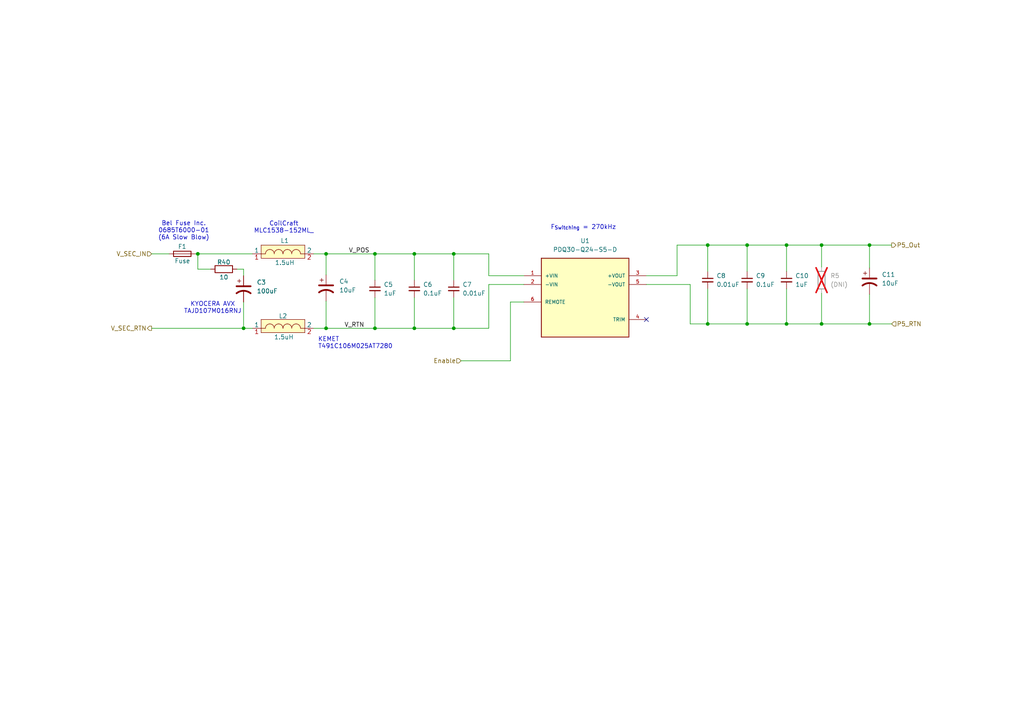
<source format=kicad_sch>
(kicad_sch
	(version 20250114)
	(generator "eeschema")
	(generator_version "9.0")
	(uuid "82076eba-e7ff-4cf0-89a8-1c9a210cd5ad")
	(paper "A4")
	(lib_symbols
		(symbol "CUI:PDQ10-Q24-S3-D"
			(pin_names
				(offset 1.016)
			)
			(exclude_from_sim no)
			(in_bom yes)
			(on_board yes)
			(property "Reference" "U"
				(at -12.725 10.1799 0)
				(effects
					(font
						(size 1.27 1.27)
					)
					(justify left bottom)
				)
			)
			(property "Value" "PDQ10-Q24-S3-D"
				(at -12.7248 -15.2698 0)
				(effects
					(font
						(size 1.27 1.27)
					)
					(justify left bottom)
				)
			)
			(property "Footprint" "PDQ10-Q24-S3-D:CONV_PDQ10-Q24-S3-D"
				(at 0 0 0)
				(effects
					(font
						(size 1.27 1.27)
					)
					(justify bottom)
					(hide yes)
				)
			)
			(property "Datasheet" ""
				(at 0 0 0)
				(effects
					(font
						(size 1.27 1.27)
					)
					(hide yes)
				)
			)
			(property "Description" ""
				(at 0 0 0)
				(effects
					(font
						(size 1.27 1.27)
					)
					(hide yes)
				)
			)
			(property "MF" "CUI Inc."
				(at 0 0 0)
				(effects
					(font
						(size 1.27 1.27)
					)
					(justify bottom)
					(hide yes)
				)
			)
			(property "Description_1" "10 W, 4:1 Input Range, Single/Dual Regulated Output, 1500 Vdc Isolation, Dc-Dc Converter"
				(at 0 0 0)
				(effects
					(font
						(size 1.27 1.27)
					)
					(justify bottom)
					(hide yes)
				)
			)
			(property "Package" "DIP-6 CUI"
				(at 0 0 0)
				(effects
					(font
						(size 1.27 1.27)
					)
					(justify bottom)
					(hide yes)
				)
			)
			(property "Price" "None"
				(at 0 0 0)
				(effects
					(font
						(size 1.27 1.27)
					)
					(justify bottom)
					(hide yes)
				)
			)
			(property "Check_prices" "https://www.snapeda.com/parts/PDQ10-Q24-S3-D/CUI/view-part/?ref=eda"
				(at 0 0 0)
				(effects
					(font
						(size 1.27 1.27)
					)
					(justify bottom)
					(hide yes)
				)
			)
			(property "STANDARD" "Manufacturer Recommendations"
				(at 0 0 0)
				(effects
					(font
						(size 1.27 1.27)
					)
					(justify bottom)
					(hide yes)
				)
			)
			(property "PARTREV" "1.0"
				(at 0 0 0)
				(effects
					(font
						(size 1.27 1.27)
					)
					(justify bottom)
					(hide yes)
				)
			)
			(property "SnapEDA_Link" "https://www.snapeda.com/parts/PDQ10-Q24-S3-D/CUI/view-part/?ref=snap"
				(at 0 0 0)
				(effects
					(font
						(size 1.27 1.27)
					)
					(justify bottom)
					(hide yes)
				)
			)
			(property "MP" "PDQ10-Q24-S3-D"
				(at 0 0 0)
				(effects
					(font
						(size 1.27 1.27)
					)
					(justify bottom)
					(hide yes)
				)
			)
			(property "CUI_purchase_URL" "https://www.cui.com/product/dc-dc-converters/isolated/pdq10-d-series?utm_source=snapeda.com&utm_medium=referral&utm_campaign=snapedaBOM"
				(at 0 0 0)
				(effects
					(font
						(size 1.27 1.27)
					)
					(justify bottom)
					(hide yes)
				)
			)
			(property "Availability" "In Stock"
				(at 0 0 0)
				(effects
					(font
						(size 1.27 1.27)
					)
					(justify bottom)
					(hide yes)
				)
			)
			(property "MANUFACTURER" "CUI Inc"
				(at 0 0 0)
				(effects
					(font
						(size 1.27 1.27)
					)
					(justify bottom)
					(hide yes)
				)
			)
			(symbol "PDQ10-Q24-S3-D_0_0"
				(rectangle
					(start -12.7 -12.7)
					(end 12.7 10.16)
					(stroke
						(width 0.254)
						(type default)
					)
					(fill
						(type background)
					)
				)
				(pin input line
					(at -17.78 5.08 0)
					(length 5.08)
					(name "+VIN"
						(effects
							(font
								(size 1.016 1.016)
							)
						)
					)
					(number "1"
						(effects
							(font
								(size 1.016 1.016)
							)
						)
					)
				)
				(pin input line
					(at -17.78 2.54 0)
					(length 5.08)
					(name "-VIN"
						(effects
							(font
								(size 1.016 1.016)
							)
						)
					)
					(number "2"
						(effects
							(font
								(size 1.016 1.016)
							)
						)
					)
				)
				(pin input line
					(at -17.78 -2.54 0)
					(length 5.08)
					(name "REMOTE"
						(effects
							(font
								(size 1.016 1.016)
							)
						)
					)
					(number "6"
						(effects
							(font
								(size 1.016 1.016)
							)
						)
					)
				)
				(pin output line
					(at 17.78 5.08 180)
					(length 5.08)
					(name "+VOUT"
						(effects
							(font
								(size 1.016 1.016)
							)
						)
					)
					(number "3"
						(effects
							(font
								(size 1.016 1.016)
							)
						)
					)
				)
				(pin output line
					(at 17.78 2.54 180)
					(length 5.08)
					(name "-VOUT"
						(effects
							(font
								(size 1.016 1.016)
							)
						)
					)
					(number "5"
						(effects
							(font
								(size 1.016 1.016)
							)
						)
					)
				)
				(pin passive line
					(at 17.78 -7.62 180)
					(length 5.08)
					(name "TRIM"
						(effects
							(font
								(size 1.016 1.016)
							)
						)
					)
					(number "4"
						(effects
							(font
								(size 1.016 1.016)
							)
						)
					)
				)
			)
			(embedded_fonts no)
		)
		(symbol "CoilCraft:MLC7542"
			(pin_names
				(offset 0)
			)
			(exclude_from_sim no)
			(in_bom yes)
			(on_board yes)
			(property "Reference" "L"
				(at 5.334 3.81 0)
				(effects
					(font
						(size 1.27 1.27)
					)
				)
			)
			(property "Value" ""
				(at 6.35 3.302 0)
				(effects
					(font
						(size 1.27 1.27)
					)
				)
			)
			(property "Footprint" ""
				(at 6.35 3.302 0)
				(effects
					(font
						(size 1.27 1.27)
					)
					(hide yes)
				)
			)
			(property "Datasheet" ""
				(at 6.35 3.302 0)
				(effects
					(font
						(size 1.27 1.27)
					)
					(hide yes)
				)
			)
			(property "Description" ""
				(at 6.35 3.302 0)
				(effects
					(font
						(size 1.27 1.27)
					)
					(hide yes)
				)
			)
			(property "Manufacturer" "Coil Craft"
				(at 0 0 0)
				(effects
					(font
						(size 1.27 1.27)
					)
					(hide yes)
				)
			)
			(property "Man. Part Num" ""
				(at 0 0 0)
				(effects
					(font
						(size 1.27 1.27)
					)
					(hide yes)
				)
			)
			(property "Distributor" "Coil Craft"
				(at 0 0 0)
				(effects
					(font
						(size 1.27 1.27)
					)
					(hide yes)
				)
			)
			(property "Dist. Part Num" ""
				(at 0 0 0)
				(effects
					(font
						(size 1.27 1.27)
					)
					(hide yes)
				)
			)
			(property "Package" ""
				(at 0 0 0)
				(effects
					(font
						(size 1.27 1.27)
					)
					(hide yes)
				)
			)
			(property "Notes" ""
				(at 0 0 0)
				(effects
					(font
						(size 1.27 1.27)
					)
					(hide yes)
				)
			)
			(property "Part Type" "SMD"
				(at 0 0 0)
				(effects
					(font
						(size 1.27 1.27)
					)
					(hide yes)
				)
			)
			(symbol "MLC7542_0_1"
				(arc
					(start 1.27 0)
					(mid 1.642 0.898)
					(end 2.54 1.27)
					(stroke
						(width 0)
						(type default)
					)
					(fill
						(type none)
					)
				)
				(arc
					(start 2.54 1.27)
					(mid 3.438 0.898)
					(end 3.81 0)
					(stroke
						(width 0)
						(type default)
					)
					(fill
						(type none)
					)
				)
				(arc
					(start 3.81 0)
					(mid 4.182 0.898)
					(end 5.08 1.27)
					(stroke
						(width 0)
						(type default)
					)
					(fill
						(type none)
					)
				)
				(arc
					(start 5.08 1.27)
					(mid 5.978 0.898)
					(end 6.35 0)
					(stroke
						(width 0)
						(type default)
					)
					(fill
						(type none)
					)
				)
				(arc
					(start 6.35 0)
					(mid 6.722 0.898)
					(end 7.62 1.27)
					(stroke
						(width 0)
						(type default)
					)
					(fill
						(type none)
					)
				)
				(arc
					(start 7.62 1.27)
					(mid 8.518 0.898)
					(end 8.89 0)
					(stroke
						(width 0)
						(type default)
					)
					(fill
						(type none)
					)
				)
				(arc
					(start 8.89 0)
					(mid 9.262 0.898)
					(end 10.16 1.27)
					(stroke
						(width 0)
						(type default)
					)
					(fill
						(type none)
					)
				)
				(arc
					(start 10.16 1.27)
					(mid 11.058 0.898)
					(end 11.43 0)
					(stroke
						(width 0)
						(type default)
					)
					(fill
						(type none)
					)
				)
			)
			(symbol "MLC7542_1_1"
				(rectangle
					(start 0 2.54)
					(end 12.7 -1.27)
					(stroke
						(width 0)
						(type default)
					)
					(fill
						(type background)
					)
				)
				(polyline
					(pts
						(xy 1.27 0) (xy 0 0)
					)
					(stroke
						(width 0)
						(type default)
					)
					(fill
						(type none)
					)
				)
				(polyline
					(pts
						(xy 11.43 0) (xy 12.7 0)
					)
					(stroke
						(width 0)
						(type default)
					)
					(fill
						(type none)
					)
				)
				(pin bidirectional line
					(at -2.54 0 0)
					(length 2.54)
					(name "1"
						(effects
							(font
								(size 1.27 1.27)
							)
						)
					)
					(number "1"
						(effects
							(font
								(size 1.27 1.27)
							)
						)
					)
				)
				(pin bidirectional line
					(at 15.24 0 180)
					(length 2.54)
					(name "2"
						(effects
							(font
								(size 1.27 1.27)
							)
						)
					)
					(number "2"
						(effects
							(font
								(size 1.27 1.27)
							)
						)
					)
				)
			)
			(embedded_fonts no)
		)
		(symbol "Device:C_Polarized_US"
			(pin_numbers
				(hide yes)
			)
			(pin_names
				(offset 0.254)
				(hide yes)
			)
			(exclude_from_sim no)
			(in_bom yes)
			(on_board yes)
			(property "Reference" "C"
				(at 0.635 2.54 0)
				(effects
					(font
						(size 1.27 1.27)
					)
					(justify left)
				)
			)
			(property "Value" "C_Polarized_US"
				(at 0.635 -2.54 0)
				(effects
					(font
						(size 1.27 1.27)
					)
					(justify left)
				)
			)
			(property "Footprint" ""
				(at 0 0 0)
				(effects
					(font
						(size 1.27 1.27)
					)
					(hide yes)
				)
			)
			(property "Datasheet" "~"
				(at 0 0 0)
				(effects
					(font
						(size 1.27 1.27)
					)
					(hide yes)
				)
			)
			(property "Description" "Polarized capacitor, US symbol"
				(at 0 0 0)
				(effects
					(font
						(size 1.27 1.27)
					)
					(hide yes)
				)
			)
			(property "ki_keywords" "cap capacitor"
				(at 0 0 0)
				(effects
					(font
						(size 1.27 1.27)
					)
					(hide yes)
				)
			)
			(property "ki_fp_filters" "CP_*"
				(at 0 0 0)
				(effects
					(font
						(size 1.27 1.27)
					)
					(hide yes)
				)
			)
			(symbol "C_Polarized_US_0_1"
				(polyline
					(pts
						(xy -2.032 0.762) (xy 2.032 0.762)
					)
					(stroke
						(width 0.508)
						(type default)
					)
					(fill
						(type none)
					)
				)
				(polyline
					(pts
						(xy -1.778 2.286) (xy -0.762 2.286)
					)
					(stroke
						(width 0)
						(type default)
					)
					(fill
						(type none)
					)
				)
				(polyline
					(pts
						(xy -1.27 1.778) (xy -1.27 2.794)
					)
					(stroke
						(width 0)
						(type default)
					)
					(fill
						(type none)
					)
				)
				(arc
					(start -2.032 -1.27)
					(mid 0 -0.5572)
					(end 2.032 -1.27)
					(stroke
						(width 0.508)
						(type default)
					)
					(fill
						(type none)
					)
				)
			)
			(symbol "C_Polarized_US_1_1"
				(pin passive line
					(at 0 3.81 270)
					(length 2.794)
					(name "~"
						(effects
							(font
								(size 1.27 1.27)
							)
						)
					)
					(number "1"
						(effects
							(font
								(size 1.27 1.27)
							)
						)
					)
				)
				(pin passive line
					(at 0 -3.81 90)
					(length 3.302)
					(name "~"
						(effects
							(font
								(size 1.27 1.27)
							)
						)
					)
					(number "2"
						(effects
							(font
								(size 1.27 1.27)
							)
						)
					)
				)
			)
			(embedded_fonts no)
		)
		(symbol "Device:C_Small"
			(pin_numbers
				(hide yes)
			)
			(pin_names
				(offset 0.254)
				(hide yes)
			)
			(exclude_from_sim no)
			(in_bom yes)
			(on_board yes)
			(property "Reference" "C"
				(at 0.254 1.778 0)
				(effects
					(font
						(size 1.27 1.27)
					)
					(justify left)
				)
			)
			(property "Value" "C_Small"
				(at 0.254 -2.032 0)
				(effects
					(font
						(size 1.27 1.27)
					)
					(justify left)
				)
			)
			(property "Footprint" ""
				(at 0 0 0)
				(effects
					(font
						(size 1.27 1.27)
					)
					(hide yes)
				)
			)
			(property "Datasheet" "~"
				(at 0 0 0)
				(effects
					(font
						(size 1.27 1.27)
					)
					(hide yes)
				)
			)
			(property "Description" "Unpolarized capacitor, small symbol"
				(at 0 0 0)
				(effects
					(font
						(size 1.27 1.27)
					)
					(hide yes)
				)
			)
			(property "ki_keywords" "capacitor cap"
				(at 0 0 0)
				(effects
					(font
						(size 1.27 1.27)
					)
					(hide yes)
				)
			)
			(property "ki_fp_filters" "C_*"
				(at 0 0 0)
				(effects
					(font
						(size 1.27 1.27)
					)
					(hide yes)
				)
			)
			(symbol "C_Small_0_1"
				(polyline
					(pts
						(xy -1.524 0.508) (xy 1.524 0.508)
					)
					(stroke
						(width 0.3048)
						(type default)
					)
					(fill
						(type none)
					)
				)
				(polyline
					(pts
						(xy -1.524 -0.508) (xy 1.524 -0.508)
					)
					(stroke
						(width 0.3302)
						(type default)
					)
					(fill
						(type none)
					)
				)
			)
			(symbol "C_Small_1_1"
				(pin passive line
					(at 0 2.54 270)
					(length 2.032)
					(name "~"
						(effects
							(font
								(size 1.27 1.27)
							)
						)
					)
					(number "1"
						(effects
							(font
								(size 1.27 1.27)
							)
						)
					)
				)
				(pin passive line
					(at 0 -2.54 90)
					(length 2.032)
					(name "~"
						(effects
							(font
								(size 1.27 1.27)
							)
						)
					)
					(number "2"
						(effects
							(font
								(size 1.27 1.27)
							)
						)
					)
				)
			)
			(embedded_fonts no)
		)
		(symbol "Device:Fuse"
			(pin_numbers
				(hide yes)
			)
			(pin_names
				(offset 0)
			)
			(exclude_from_sim no)
			(in_bom yes)
			(on_board yes)
			(property "Reference" "F"
				(at 2.032 0 90)
				(effects
					(font
						(size 1.27 1.27)
					)
				)
			)
			(property "Value" "Fuse"
				(at -1.905 0 90)
				(effects
					(font
						(size 1.27 1.27)
					)
				)
			)
			(property "Footprint" ""
				(at -1.778 0 90)
				(effects
					(font
						(size 1.27 1.27)
					)
					(hide yes)
				)
			)
			(property "Datasheet" "~"
				(at 0 0 0)
				(effects
					(font
						(size 1.27 1.27)
					)
					(hide yes)
				)
			)
			(property "Description" "Fuse"
				(at 0 0 0)
				(effects
					(font
						(size 1.27 1.27)
					)
					(hide yes)
				)
			)
			(property "ki_keywords" "fuse"
				(at 0 0 0)
				(effects
					(font
						(size 1.27 1.27)
					)
					(hide yes)
				)
			)
			(property "ki_fp_filters" "*Fuse*"
				(at 0 0 0)
				(effects
					(font
						(size 1.27 1.27)
					)
					(hide yes)
				)
			)
			(symbol "Fuse_0_1"
				(rectangle
					(start -0.762 -2.54)
					(end 0.762 2.54)
					(stroke
						(width 0.254)
						(type default)
					)
					(fill
						(type none)
					)
				)
				(polyline
					(pts
						(xy 0 2.54) (xy 0 -2.54)
					)
					(stroke
						(width 0)
						(type default)
					)
					(fill
						(type none)
					)
				)
			)
			(symbol "Fuse_1_1"
				(pin passive line
					(at 0 3.81 270)
					(length 1.27)
					(name "~"
						(effects
							(font
								(size 1.27 1.27)
							)
						)
					)
					(number "1"
						(effects
							(font
								(size 1.27 1.27)
							)
						)
					)
				)
				(pin passive line
					(at 0 -3.81 90)
					(length 1.27)
					(name "~"
						(effects
							(font
								(size 1.27 1.27)
							)
						)
					)
					(number "2"
						(effects
							(font
								(size 1.27 1.27)
							)
						)
					)
				)
			)
			(embedded_fonts no)
		)
		(symbol "Device:R"
			(pin_numbers
				(hide yes)
			)
			(pin_names
				(offset 0)
			)
			(exclude_from_sim no)
			(in_bom yes)
			(on_board yes)
			(property "Reference" "R"
				(at 2.032 0 90)
				(effects
					(font
						(size 1.27 1.27)
					)
				)
			)
			(property "Value" "R"
				(at 0 0 90)
				(effects
					(font
						(size 1.27 1.27)
					)
				)
			)
			(property "Footprint" ""
				(at -1.778 0 90)
				(effects
					(font
						(size 1.27 1.27)
					)
					(hide yes)
				)
			)
			(property "Datasheet" "~"
				(at 0 0 0)
				(effects
					(font
						(size 1.27 1.27)
					)
					(hide yes)
				)
			)
			(property "Description" "Resistor"
				(at 0 0 0)
				(effects
					(font
						(size 1.27 1.27)
					)
					(hide yes)
				)
			)
			(property "ki_keywords" "R res resistor"
				(at 0 0 0)
				(effects
					(font
						(size 1.27 1.27)
					)
					(hide yes)
				)
			)
			(property "ki_fp_filters" "R_*"
				(at 0 0 0)
				(effects
					(font
						(size 1.27 1.27)
					)
					(hide yes)
				)
			)
			(symbol "R_0_1"
				(rectangle
					(start -1.016 -2.54)
					(end 1.016 2.54)
					(stroke
						(width 0.254)
						(type default)
					)
					(fill
						(type none)
					)
				)
			)
			(symbol "R_1_1"
				(pin passive line
					(at 0 3.81 270)
					(length 1.27)
					(name "~"
						(effects
							(font
								(size 1.27 1.27)
							)
						)
					)
					(number "1"
						(effects
							(font
								(size 1.27 1.27)
							)
						)
					)
				)
				(pin passive line
					(at 0 -3.81 90)
					(length 1.27)
					(name "~"
						(effects
							(font
								(size 1.27 1.27)
							)
						)
					)
					(number "2"
						(effects
							(font
								(size 1.27 1.27)
							)
						)
					)
				)
			)
			(embedded_fonts no)
		)
	)
	(text "CoilCraft\nMLC1538-152ML_"
		(exclude_from_sim no)
		(at 82.3315 66.0091 0)
		(effects
			(font
				(size 1.27 1.27)
			)
		)
		(uuid "1fe24450-1c67-4f10-8e52-f7eae117a5d7")
	)
	(text "F_{Switching} = 270kHz"
		(exclude_from_sim no)
		(at 169.1995 66.0091 0)
		(effects
			(font
				(size 1.27 1.27)
			)
		)
		(uuid "3aa17663-75a1-4877-aa29-18f6cfafd42c")
	)
	(text "KEMET\nT491C106M025AT7280"
		(exclude_from_sim no)
		(at 92.2375 99.5371 0)
		(effects
			(font
				(size 1.27 1.27)
			)
			(justify left)
		)
		(uuid "714a641c-785b-4146-9b58-be34b9c1e991")
	)
	(text "Bel Fuse Inc.\n0685T6000-01\n(6A Slow Blow)"
		(exclude_from_sim no)
		(at 53.3097 66.9507 0)
		(effects
			(font
				(size 1.27 1.27)
			)
		)
		(uuid "8e840a19-da00-47c6-9d9c-0df72b98c509")
	)
	(text "KYOCERA AVX\nTAJD107M016RNJ"
		(exclude_from_sim no)
		(at 61.7005 89.3261 0)
		(effects
			(font
				(size 1.27 1.27)
			)
		)
		(uuid "b6328784-6395-42f4-8c1f-bc9a40ee1246")
	)
	(junction
		(at 120.1775 73.6291)
		(diameter 0)
		(color 0 0 0 0)
		(uuid "219a889b-1ac2-4f4a-9c17-d1ab04259ea6")
	)
	(junction
		(at 238.2875 93.9491)
		(diameter 0)
		(color 0 0 0 0)
		(uuid "244b0e78-29c8-49a0-8ddb-8d14dba26982")
	)
	(junction
		(at 57.3778 73.6291)
		(diameter 0)
		(color 0 0 0 0)
		(uuid "2a745802-2c7a-4ee1-b1f0-fb6c35737119")
	)
	(junction
		(at 216.6975 93.9491)
		(diameter 0)
		(color 0 0 0 0)
		(uuid "47be207a-1765-42c4-8b5d-b1766f008352")
	)
	(junction
		(at 228.1275 71.0891)
		(diameter 0)
		(color 0 0 0 0)
		(uuid "6e96c343-448a-495b-bd68-228156c7190a")
	)
	(junction
		(at 108.7475 73.6291)
		(diameter 0)
		(color 0 0 0 0)
		(uuid "7f4d10ce-756a-49bb-a12d-b9a320a1b727")
	)
	(junction
		(at 205.2675 71.0891)
		(diameter 0)
		(color 0 0 0 0)
		(uuid "8123da6a-4bd9-407a-b4b0-535ea3766474")
	)
	(junction
		(at 238.2875 71.0891)
		(diameter 0)
		(color 0 0 0 0)
		(uuid "8331b0af-2532-4712-ae29-33642356538e")
	)
	(junction
		(at 94.5753 73.6291)
		(diameter 0)
		(color 0 0 0 0)
		(uuid "85796137-0887-4bdf-80e6-198e79585e17")
	)
	(junction
		(at 252.1926 93.9491)
		(diameter 0)
		(color 0 0 0 0)
		(uuid "9d27a1a9-1a20-47ab-87db-5816b28bc2c5")
	)
	(junction
		(at 94.5753 95.2191)
		(diameter 0)
		(color 0 0 0 0)
		(uuid "b8cdde66-e345-4c3f-9227-0e9a9d2c70d1")
	)
	(junction
		(at 205.2675 93.9491)
		(diameter 0)
		(color 0 0 0 0)
		(uuid "c1ca816c-9ac7-4c0f-a479-46b44e02ad5f")
	)
	(junction
		(at 131.6075 95.2191)
		(diameter 0)
		(color 0 0 0 0)
		(uuid "cbac6bc2-1f25-468f-b1d1-de36da7ec004")
	)
	(junction
		(at 252.1926 71.0891)
		(diameter 0)
		(color 0 0 0 0)
		(uuid "dc528ba2-ee8e-40ca-b56f-80e85287927a")
	)
	(junction
		(at 70.6475 95.2191)
		(diameter 0)
		(color 0 0 0 0)
		(uuid "e2c37c69-5f11-453a-b5bf-a0300fa55786")
	)
	(junction
		(at 131.6075 73.6291)
		(diameter 0)
		(color 0 0 0 0)
		(uuid "ec8f23ca-86dd-46fa-acc6-014d186f535e")
	)
	(junction
		(at 108.7475 95.2191)
		(diameter 0)
		(color 0 0 0 0)
		(uuid "f15f2b89-372b-4704-967b-ef722f0084e6")
	)
	(junction
		(at 228.1275 93.9491)
		(diameter 0)
		(color 0 0 0 0)
		(uuid "f6d4f200-6120-4632-8026-5be0f9c0b1fb")
	)
	(junction
		(at 120.1775 95.2191)
		(diameter 0)
		(color 0 0 0 0)
		(uuid "fd30eb01-a04f-4d7b-b240-59d996c10785")
	)
	(junction
		(at 216.6975 71.0891)
		(diameter 0)
		(color 0 0 0 0)
		(uuid "ff409065-6fd1-46be-a589-eed39b8bd971")
	)
	(no_connect
		(at 187.4875 92.6791)
		(uuid "3854f078-e51f-4de0-a48d-c3b78d66e3f5")
	)
	(wire
		(pts
			(xy 216.6975 71.0891) (xy 228.1275 71.0891)
		)
		(stroke
			(width 0)
			(type default)
		)
		(uuid "06775f08-1215-4bdd-b030-c77f394beec4")
	)
	(wire
		(pts
			(xy 70.6475 95.2191) (xy 73.1875 95.2191)
		)
		(stroke
			(width 0)
			(type default)
		)
		(uuid "1452f84e-7c07-4476-9c63-38ed735724b2")
	)
	(wire
		(pts
			(xy 187.4875 82.5191) (xy 200.1875 82.5191)
		)
		(stroke
			(width 0)
			(type default)
		)
		(uuid "15dcb338-e20d-4091-9119-7039907ead8e")
	)
	(wire
		(pts
			(xy 238.2875 93.9491) (xy 252.1926 93.9491)
		)
		(stroke
			(width 0)
			(type default)
		)
		(uuid "1666f227-4d82-468a-bff4-205b97f7d6ca")
	)
	(wire
		(pts
			(xy 228.1275 83.7891) (xy 228.1275 93.9491)
		)
		(stroke
			(width 0)
			(type default)
		)
		(uuid "16b68277-ed3e-47d3-a97e-ed49c03cd7f8")
	)
	(wire
		(pts
			(xy 141.7675 79.9791) (xy 151.9275 79.9791)
		)
		(stroke
			(width 0)
			(type default)
		)
		(uuid "16bc279d-d2b2-430e-9848-8af58a7558a5")
	)
	(wire
		(pts
			(xy 205.2675 71.0891) (xy 205.2675 78.7091)
		)
		(stroke
			(width 0)
			(type default)
		)
		(uuid "1d571eff-b160-4440-a67c-f4243b488d81")
	)
	(wire
		(pts
			(xy 43.9775 95.2191) (xy 70.6475 95.2191)
		)
		(stroke
			(width 0)
			(type default)
		)
		(uuid "21370208-30a1-40a6-b8cc-e98665a8157b")
	)
	(wire
		(pts
			(xy 94.5753 87.3382) (xy 94.5753 95.2191)
		)
		(stroke
			(width 0)
			(type default)
		)
		(uuid "24499252-2946-4911-87c4-47f7674784fe")
	)
	(wire
		(pts
			(xy 108.7475 86.3291) (xy 108.7475 95.2191)
		)
		(stroke
			(width 0)
			(type default)
		)
		(uuid "26f3a56f-330a-49d2-8c39-0c41ed5509e7")
	)
	(wire
		(pts
			(xy 68.7199 78.0683) (xy 70.6475 78.0683)
		)
		(stroke
			(width 0)
			(type default)
		)
		(uuid "2cc4211e-acc5-4e38-9694-ff827c1ea01f")
	)
	(wire
		(pts
			(xy 108.7475 73.6291) (xy 108.7475 81.2491)
		)
		(stroke
			(width 0)
			(type default)
		)
		(uuid "307ea3f8-903e-464f-ac70-d50637fc9c23")
	)
	(wire
		(pts
			(xy 200.1875 82.5191) (xy 200.1875 93.9491)
		)
		(stroke
			(width 0)
			(type default)
		)
		(uuid "32e3b5c3-496e-4b0a-b5b2-6a751dd5ed8a")
	)
	(wire
		(pts
			(xy 252.1926 85.353) (xy 252.1926 93.9491)
		)
		(stroke
			(width 0)
			(type default)
		)
		(uuid "371a7637-159a-40ae-863e-f575066a1a88")
	)
	(wire
		(pts
			(xy 43.9775 73.6291) (xy 49.0575 73.6291)
		)
		(stroke
			(width 0)
			(type default)
		)
		(uuid "3738105b-f5e4-4f20-a73d-2c14ba32b003")
	)
	(wire
		(pts
			(xy 216.6975 83.7891) (xy 216.6975 93.9491)
		)
		(stroke
			(width 0)
			(type default)
		)
		(uuid "379a6ad1-500e-433e-acaf-f21d1dd9e00c")
	)
	(wire
		(pts
			(xy 94.5753 95.2191) (xy 90.9675 95.2191)
		)
		(stroke
			(width 0)
			(type default)
		)
		(uuid "3bb5248c-0be5-43d0-8a02-c2f01d4d02f7")
	)
	(wire
		(pts
			(xy 131.6075 95.2191) (xy 120.1775 95.2191)
		)
		(stroke
			(width 0)
			(type default)
		)
		(uuid "4b01000e-b93a-4838-b899-2a1031a87ab3")
	)
	(wire
		(pts
			(xy 148.0517 87.5991) (xy 151.9275 87.5991)
		)
		(stroke
			(width 0)
			(type default)
		)
		(uuid "4e3c2f7a-31c4-4485-9f7f-ff036fba0385")
	)
	(wire
		(pts
			(xy 141.7675 82.5191) (xy 151.9275 82.5191)
		)
		(stroke
			(width 0)
			(type default)
		)
		(uuid "506917f4-b672-4cfd-ad0a-aa5b83a308e3")
	)
	(wire
		(pts
			(xy 205.2675 83.7891) (xy 205.2675 93.9491)
		)
		(stroke
			(width 0)
			(type default)
		)
		(uuid "5306cec3-162c-4567-ba69-02e1ec334e04")
	)
	(wire
		(pts
			(xy 228.1275 93.9491) (xy 238.2875 93.9491)
		)
		(stroke
			(width 0)
			(type default)
		)
		(uuid "57a25cea-17a0-40d2-a2f5-b3a865a07132")
	)
	(wire
		(pts
			(xy 238.2875 71.0891) (xy 238.2875 77.4391)
		)
		(stroke
			(width 0)
			(type default)
		)
		(uuid "57faaba1-fa7b-4df1-b62e-e7799a70aa69")
	)
	(wire
		(pts
			(xy 196.3775 71.0891) (xy 205.2675 71.0891)
		)
		(stroke
			(width 0)
			(type default)
		)
		(uuid "5a35d890-16c1-4248-9882-84af5a71cf18")
	)
	(wire
		(pts
			(xy 216.6975 71.0891) (xy 216.6975 78.7091)
		)
		(stroke
			(width 0)
			(type default)
		)
		(uuid "5b9a585d-2c79-4df9-9c52-5ba6f367813a")
	)
	(wire
		(pts
			(xy 56.6775 73.6291) (xy 57.3778 73.6291)
		)
		(stroke
			(width 0)
			(type default)
		)
		(uuid "5f2ae93c-71ba-4093-b481-542c13e3defb")
	)
	(wire
		(pts
			(xy 205.2675 93.9491) (xy 216.6975 93.9491)
		)
		(stroke
			(width 0)
			(type default)
		)
		(uuid "61888cb4-0e50-441e-b4c1-1d05be056264")
	)
	(wire
		(pts
			(xy 133.7223 104.6472) (xy 148.0517 104.6472)
		)
		(stroke
			(width 0)
			(type default)
		)
		(uuid "6c203e39-8d34-4b03-b7c2-c94b3b4d3bb9")
	)
	(wire
		(pts
			(xy 228.1275 71.0891) (xy 228.1275 78.7091)
		)
		(stroke
			(width 0)
			(type default)
		)
		(uuid "6f67691b-5574-499b-9bf6-6b23898258ed")
	)
	(wire
		(pts
			(xy 196.3775 71.0891) (xy 196.3775 79.9791)
		)
		(stroke
			(width 0)
			(type default)
		)
		(uuid "76b5ccc5-9f07-4264-bf63-26ba99efa1dc")
	)
	(wire
		(pts
			(xy 94.5753 79.7182) (xy 94.5753 73.6291)
		)
		(stroke
			(width 0)
			(type default)
		)
		(uuid "7784e4a3-b9b9-4b5c-8ae7-47de53feed75")
	)
	(wire
		(pts
			(xy 94.5753 95.2191) (xy 108.7475 95.2191)
		)
		(stroke
			(width 0)
			(type default)
		)
		(uuid "793d7312-5a2d-4fd8-bef8-34e197f803fe")
	)
	(wire
		(pts
			(xy 148.0517 104.6472) (xy 148.0517 87.5991)
		)
		(stroke
			(width 0)
			(type default)
		)
		(uuid "7f56ec21-001f-4e4c-988f-ee2a968041c9")
	)
	(wire
		(pts
			(xy 131.6075 73.6291) (xy 131.6075 81.2491)
		)
		(stroke
			(width 0)
			(type default)
		)
		(uuid "874c1d1e-36e9-4886-a7b6-f1ad8ff223c7")
	)
	(wire
		(pts
			(xy 61.0999 78.0683) (xy 57.3778 78.0683)
		)
		(stroke
			(width 0)
			(type default)
		)
		(uuid "8bb051f2-d21a-48fc-a577-c438dd0b3691")
	)
	(wire
		(pts
			(xy 200.1875 93.9491) (xy 205.2675 93.9491)
		)
		(stroke
			(width 0)
			(type default)
		)
		(uuid "8cca8aee-ab82-406a-861b-6795c66b8081")
	)
	(wire
		(pts
			(xy 108.7475 73.6291) (xy 120.1775 73.6291)
		)
		(stroke
			(width 0)
			(type default)
		)
		(uuid "94071c7d-c9a9-4299-adac-33a40fb21f3e")
	)
	(wire
		(pts
			(xy 252.1926 77.733) (xy 252.1926 71.0891)
		)
		(stroke
			(width 0)
			(type default)
		)
		(uuid "9476b755-25bc-4132-822b-f055943b273b")
	)
	(wire
		(pts
			(xy 120.1775 73.6291) (xy 131.6075 73.6291)
		)
		(stroke
			(width 0)
			(type default)
		)
		(uuid "a45419e9-8f12-4ac7-ae8f-7d91f8d61cb8")
	)
	(wire
		(pts
			(xy 57.3778 78.0683) (xy 57.3778 73.6291)
		)
		(stroke
			(width 0)
			(type default)
		)
		(uuid "a692c26d-706a-4f40-a574-9403070d14e6")
	)
	(wire
		(pts
			(xy 205.2675 71.0891) (xy 216.6975 71.0891)
		)
		(stroke
			(width 0)
			(type default)
		)
		(uuid "ab9f315a-9f25-43e1-9204-78921cd3b590")
	)
	(wire
		(pts
			(xy 196.3775 79.9791) (xy 187.4875 79.9791)
		)
		(stroke
			(width 0)
			(type default)
		)
		(uuid "abcd0b4a-dff0-4104-9538-fa797da037ef")
	)
	(wire
		(pts
			(xy 131.6075 86.3291) (xy 131.6075 95.2191)
		)
		(stroke
			(width 0)
			(type default)
		)
		(uuid "abd81abc-a67e-4bcf-b357-eb3b9cdc9fc1")
	)
	(wire
		(pts
			(xy 141.7675 73.6291) (xy 141.7675 79.9791)
		)
		(stroke
			(width 0)
			(type default)
		)
		(uuid "b757e8db-78cc-4e91-8222-87970ab27dd8")
	)
	(wire
		(pts
			(xy 228.1275 71.0891) (xy 238.2875 71.0891)
		)
		(stroke
			(width 0)
			(type default)
		)
		(uuid "c4c62d84-3fb7-401e-9ade-3d84c6b66bc3")
	)
	(wire
		(pts
			(xy 57.3778 73.6291) (xy 73.1875 73.6291)
		)
		(stroke
			(width 0)
			(type default)
		)
		(uuid "ccc5949a-5fcf-45e4-800e-63cd3de1bd4f")
	)
	(wire
		(pts
			(xy 70.6475 87.5991) (xy 70.6475 95.2191)
		)
		(stroke
			(width 0)
			(type default)
		)
		(uuid "cd92f298-2a27-45c0-b359-221dcc5a3507")
	)
	(wire
		(pts
			(xy 238.2875 71.0891) (xy 252.1926 71.0891)
		)
		(stroke
			(width 0)
			(type default)
		)
		(uuid "d02ee494-0636-41ff-96a4-145ae563e843")
	)
	(wire
		(pts
			(xy 70.6475 78.0683) (xy 70.6475 79.9791)
		)
		(stroke
			(width 0)
			(type default)
		)
		(uuid "d61004f3-c026-4ea3-88e9-ec82b1e366c6")
	)
	(wire
		(pts
			(xy 131.6075 73.6291) (xy 141.7675 73.6291)
		)
		(stroke
			(width 0)
			(type default)
		)
		(uuid "d78c27df-2200-43ae-a1cd-a48ce087823b")
	)
	(wire
		(pts
			(xy 216.6975 93.9491) (xy 228.1275 93.9491)
		)
		(stroke
			(width 0)
			(type default)
		)
		(uuid "d7ef33a0-c4d8-4535-9f5c-fdff91ad397d")
	)
	(wire
		(pts
			(xy 94.5753 73.6291) (xy 90.9675 73.6291)
		)
		(stroke
			(width 0)
			(type default)
		)
		(uuid "da66e66b-9c40-4edd-8ed8-b492377cc10a")
	)
	(wire
		(pts
			(xy 238.2875 85.0591) (xy 238.2875 93.9491)
		)
		(stroke
			(width 0)
			(type default)
		)
		(uuid "db4475e3-7e82-4884-85d3-d1d66e1bb78f")
	)
	(wire
		(pts
			(xy 141.7675 95.2191) (xy 131.6075 95.2191)
		)
		(stroke
			(width 0)
			(type default)
		)
		(uuid "ddbbe815-3d57-4cf2-b932-b35ecccc2506")
	)
	(wire
		(pts
			(xy 141.7675 82.5191) (xy 141.7675 95.2191)
		)
		(stroke
			(width 0)
			(type default)
		)
		(uuid "df5b51a3-fee5-4b73-b148-8c1aae6a8a55")
	)
	(wire
		(pts
			(xy 252.1926 71.0891) (xy 258.6075 71.0891)
		)
		(stroke
			(width 0)
			(type default)
		)
		(uuid "e44fedfd-5cb0-4753-ade2-21a85bb3b79a")
	)
	(wire
		(pts
			(xy 120.1775 95.2191) (xy 108.7475 95.2191)
		)
		(stroke
			(width 0)
			(type default)
		)
		(uuid "eda54982-c023-4845-a99e-948fcc29b5aa")
	)
	(wire
		(pts
			(xy 94.5753 73.6291) (xy 108.7475 73.6291)
		)
		(stroke
			(width 0)
			(type default)
		)
		(uuid "f02319bf-62e4-487f-99c3-ef46a6a5b163")
	)
	(wire
		(pts
			(xy 120.1775 86.3291) (xy 120.1775 95.2191)
		)
		(stroke
			(width 0)
			(type default)
		)
		(uuid "f5657835-32c8-4923-b5e4-27badf30e6dd")
	)
	(wire
		(pts
			(xy 252.1926 93.9491) (xy 258.6075 93.9491)
		)
		(stroke
			(width 0)
			(type default)
		)
		(uuid "f98b7211-9e3d-4412-b85a-b3d1c0a817ef")
	)
	(wire
		(pts
			(xy 120.1775 73.6291) (xy 120.1775 81.2491)
		)
		(stroke
			(width 0)
			(type default)
		)
		(uuid "fd6a9e03-5a64-4a31-b348-f2250404bd9e")
	)
	(label "V_POS"
		(at 101.1275 73.6291 0)
		(effects
			(font
				(size 1.27 1.27)
			)
			(justify left bottom)
		)
		(uuid "9c502c63-e421-4ef2-ae01-6e34061eb851")
	)
	(label "V_RTN"
		(at 99.8575 95.2191 0)
		(effects
			(font
				(size 1.27 1.27)
			)
			(justify left bottom)
		)
		(uuid "b65df238-a8da-459a-ad50-9d1b3b98e325")
	)
	(hierarchical_label "P5_Out"
		(shape output)
		(at 258.6075 71.0891 0)
		(effects
			(font
				(size 1.27 1.27)
			)
			(justify left)
		)
		(uuid "528b6c80-53bc-4ac5-80be-8cf857946ecb")
	)
	(hierarchical_label "V_SEC_RTN"
		(shape output)
		(at 43.9775 95.2191 180)
		(effects
			(font
				(size 1.27 1.27)
			)
			(justify right)
		)
		(uuid "8bf2dbc1-08e3-4bf9-9360-2b3f96c902d2")
	)
	(hierarchical_label "Enable"
		(shape input)
		(at 133.7223 104.6472 180)
		(effects
			(font
				(size 1.27 1.27)
			)
			(justify right)
		)
		(uuid "983d1ba3-9b18-4185-b4d3-248675fbb430")
	)
	(hierarchical_label "V_SEC_IN"
		(shape input)
		(at 43.9775 73.6291 180)
		(effects
			(font
				(size 1.27 1.27)
			)
			(justify right)
		)
		(uuid "9c4530a5-6ba7-4c03-b252-c444f618de2e")
	)
	(hierarchical_label "P5_RTN"
		(shape input)
		(at 258.6075 93.9491 0)
		(effects
			(font
				(size 1.27 1.27)
			)
			(justify left)
		)
		(uuid "cf87a9e5-263d-4dbb-8f81-aeffe09a766e")
	)
	(symbol
		(lib_id "Device:Fuse")
		(at 52.8675 73.6291 90)
		(unit 1)
		(exclude_from_sim no)
		(in_bom yes)
		(on_board yes)
		(dnp no)
		(uuid "01f9aff0-25dc-446f-b175-bfb6b0fb3c1a")
		(property "Reference" "F1"
			(at 52.8531 71.5171 90)
			(effects
				(font
					(size 1.27 1.27)
				)
			)
		)
		(property "Value" "Fuse"
			(at 52.9102 75.6839 90)
			(effects
				(font
					(size 1.27 1.27)
				)
			)
		)
		(property "Footprint" "Resistor_SMD:R_1206_3216Metric"
			(at 52.8675 75.4071 90)
			(effects
				(font
					(size 1.27 1.27)
				)
				(hide yes)
			)
		)
		(property "Datasheet" "https://www.belfuse.com/media/datasheets/products/circuit-protection/ds-cp-c1t-series.pdf"
			(at 52.8675 73.6291 0)
			(effects
				(font
					(size 1.27 1.27)
				)
				(hide yes)
			)
		)
		(property "Description" "6 A 63 V AC 63 V DC Fuse Board Mount (Cartridge Style Excluded) Surface Mount 1206 (3216 Metric)"
			(at 52.8675 73.6291 0)
			(effects
				(font
					(size 1.27 1.27)
				)
				(hide yes)
			)
		)
		(property "Dist. Part Num" "5923-0685T6000-01CT-ND"
			(at 52.8675 73.6291 0)
			(effects
				(font
					(size 1.27 1.27)
				)
				(hide yes)
			)
		)
		(property "Distributor" "Digi-Key"
			(at 52.8675 73.6291 0)
			(effects
				(font
					(size 1.27 1.27)
				)
				(hide yes)
			)
		)
		(property "Man. Part Num" "0685T6000-01"
			(at 52.8675 73.6291 0)
			(effects
				(font
					(size 1.27 1.27)
				)
				(hide yes)
			)
		)
		(property "Manufacturer" "Bel Fuse Inc."
			(at 52.8675 73.6291 0)
			(effects
				(font
					(size 1.27 1.27)
				)
				(hide yes)
			)
		)
		(property "Package" "1206 (3216 Metric)"
			(at 52.8675 73.6291 0)
			(effects
				(font
					(size 1.27 1.27)
				)
				(hide yes)
			)
		)
		(property "Part Type" "SMD"
			(at 52.8675 73.6291 0)
			(effects
				(font
					(size 1.27 1.27)
				)
				(hide yes)
			)
		)
		(pin "2"
			(uuid "664e124c-11a0-4c3e-a9ff-e24f8d51e954")
		)
		(pin "1"
			(uuid "ff29866e-e645-4f06-86b0-2f9b9fcf2bde")
		)
		(instances
			(project "3 - Charge_Pre-Amplifier"
				(path "/8872ae30-0c8f-44d7-9c5d-f8ffe57ea57b/5b5eb6c5-2818-4e10-a655-c3017afcbc1c"
					(reference "F1")
					(unit 1)
				)
				(path "/8872ae30-0c8f-44d7-9c5d-f8ffe57ea57b/7382ebee-cdda-4f9b-bffd-355cf1033cd4"
					(reference "F2")
					(unit 1)
				)
			)
		)
	)
	(symbol
		(lib_id "Device:C_Small")
		(at 228.1275 81.2491 0)
		(unit 1)
		(exclude_from_sim no)
		(in_bom yes)
		(on_board yes)
		(dnp no)
		(fields_autoplaced yes)
		(uuid "56a2902e-93ba-46a7-9426-b36e2b640b65")
		(property "Reference" "C10"
			(at 230.6675 79.9853 0)
			(effects
				(font
					(size 1.27 1.27)
				)
				(justify left)
			)
		)
		(property "Value" "1uF"
			(at 230.6675 82.5253 0)
			(effects
				(font
					(size 1.27 1.27)
				)
				(justify left)
			)
		)
		(property "Footprint" "Capacitor_SMD:C_0603_1608Metric"
			(at 228.1275 81.2491 0)
			(effects
				(font
					(size 1.27 1.27)
				)
				(hide yes)
			)
		)
		(property "Datasheet" "https://mm.digikey.com/Volume0/opasdata/d220001/medias/docus/3644/CL10B105KA8NNNC_spec.pdf"
			(at 228.1275 81.2491 0)
			(effects
				(font
					(size 1.27 1.27)
				)
				(hide yes)
			)
		)
		(property "Description" "1 µF ±10% 25V Ceramic Capacitor X7R 0603 (1608 Metric)"
			(at 228.1275 81.2491 0)
			(effects
				(font
					(size 1.27 1.27)
				)
				(hide yes)
			)
		)
		(property "Dist. Part Num" "1276-1184-1-ND"
			(at 228.1275 81.2491 0)
			(effects
				(font
					(size 1.27 1.27)
				)
				(hide yes)
			)
		)
		(property "Distributor" "Digi-Key"
			(at 228.1275 81.2491 0)
			(effects
				(font
					(size 1.27 1.27)
				)
				(hide yes)
			)
		)
		(property "Man. Part Num" "CL10B105KA8NNNC"
			(at 228.1275 81.2491 0)
			(effects
				(font
					(size 1.27 1.27)
				)
				(hide yes)
			)
		)
		(property "Manufacturer" "Samsung Electro-Mechanics"
			(at 228.1275 81.2491 0)
			(effects
				(font
					(size 1.27 1.27)
				)
				(hide yes)
			)
		)
		(property "Package" "0603 (1608 Metric)"
			(at 228.1275 81.2491 0)
			(effects
				(font
					(size 1.27 1.27)
				)
				(hide yes)
			)
		)
		(property "Part Type" "SMD"
			(at 228.1275 81.2491 0)
			(effects
				(font
					(size 1.27 1.27)
				)
				(hide yes)
			)
		)
		(pin "2"
			(uuid "90d721ba-7ca9-45d4-a000-fdc2717b09a1")
		)
		(pin "1"
			(uuid "eab1ba8f-0b2a-4536-b530-59f96b01dad2")
		)
		(instances
			(project "3 - Charge_Pre-Amplifier"
				(path "/8872ae30-0c8f-44d7-9c5d-f8ffe57ea57b/5b5eb6c5-2818-4e10-a655-c3017afcbc1c"
					(reference "C10")
					(unit 1)
				)
				(path "/8872ae30-0c8f-44d7-9c5d-f8ffe57ea57b/7382ebee-cdda-4f9b-bffd-355cf1033cd4"
					(reference "C23")
					(unit 1)
				)
			)
		)
	)
	(symbol
		(lib_id "Device:C_Small")
		(at 205.2675 81.2491 0)
		(unit 1)
		(exclude_from_sim no)
		(in_bom yes)
		(on_board yes)
		(dnp no)
		(fields_autoplaced yes)
		(uuid "61f629eb-2129-458b-984a-38b838d1cee6")
		(property "Reference" "C8"
			(at 207.8075 79.9853 0)
			(effects
				(font
					(size 1.27 1.27)
				)
				(justify left)
			)
		)
		(property "Value" "0.01uF"
			(at 207.8075 82.5253 0)
			(effects
				(font
					(size 1.27 1.27)
				)
				(justify left)
			)
		)
		(property "Footprint" "Capacitor_SMD:C_0603_1608Metric"
			(at 205.2675 81.2491 0)
			(effects
				(font
					(size 1.27 1.27)
				)
				(hide yes)
			)
		)
		(property "Datasheet" "https://datasheets.kyocera-avx.com/KGM_X7R.pdf"
			(at 205.2675 81.2491 0)
			(effects
				(font
					(size 1.27 1.27)
				)
				(hide yes)
			)
		)
		(property "Description" "10000 pF ±10% 50V Ceramic Capacitor X7R 0603 (1608 Metric)"
			(at 205.2675 81.2491 0)
			(effects
				(font
					(size 1.27 1.27)
				)
				(hide yes)
			)
		)
		(property "Dist. Part Num" "478-KGM15AR71H103KTCT-ND"
			(at 205.2675 81.2491 0)
			(effects
				(font
					(size 1.27 1.27)
				)
				(hide yes)
			)
		)
		(property "Distributor" "Digi-Key"
			(at 205.2675 81.2491 0)
			(effects
				(font
					(size 1.27 1.27)
				)
				(hide yes)
			)
		)
		(property "Man. Part Num" "KGM15AR71H103KT"
			(at 205.2675 81.2491 0)
			(effects
				(font
					(size 1.27 1.27)
				)
				(hide yes)
			)
		)
		(property "Manufacturer" "KYOCERA AVX"
			(at 205.2675 81.2491 0)
			(effects
				(font
					(size 1.27 1.27)
				)
				(hide yes)
			)
		)
		(property "Package" "0603 (1608 Metric)"
			(at 205.2675 81.2491 0)
			(effects
				(font
					(size 1.27 1.27)
				)
				(hide yes)
			)
		)
		(property "Part Type" "SMD"
			(at 205.2675 81.2491 0)
			(effects
				(font
					(size 1.27 1.27)
				)
				(hide yes)
			)
		)
		(pin "2"
			(uuid "ea18f36a-0a82-4c91-abf9-fde121bdbad4")
		)
		(pin "1"
			(uuid "65bf58d1-269c-4fb6-9479-e45535df85e6")
		)
		(instances
			(project "3 - Charge_Pre-Amplifier"
				(path "/8872ae30-0c8f-44d7-9c5d-f8ffe57ea57b/5b5eb6c5-2818-4e10-a655-c3017afcbc1c"
					(reference "C8")
					(unit 1)
				)
				(path "/8872ae30-0c8f-44d7-9c5d-f8ffe57ea57b/7382ebee-cdda-4f9b-bffd-355cf1033cd4"
					(reference "C21")
					(unit 1)
				)
			)
		)
	)
	(symbol
		(lib_id "Device:C_Small")
		(at 216.6975 81.2491 0)
		(unit 1)
		(exclude_from_sim no)
		(in_bom yes)
		(on_board yes)
		(dnp no)
		(fields_autoplaced yes)
		(uuid "684a2609-29ca-4197-8ef3-c16abbeda904")
		(property "Reference" "C9"
			(at 219.2375 79.9853 0)
			(effects
				(font
					(size 1.27 1.27)
				)
				(justify left)
			)
		)
		(property "Value" "0.1uF"
			(at 219.2375 82.5253 0)
			(effects
				(font
					(size 1.27 1.27)
				)
				(justify left)
			)
		)
		(property "Footprint" "Capacitor_SMD:C_0603_1608Metric"
			(at 216.6975 81.2491 0)
			(effects
				(font
					(size 1.27 1.27)
				)
				(hide yes)
			)
		)
		(property "Datasheet" "~https://content.kemet.com/datasheets/KEM_C1002_X7R_SMD.pdf"
			(at 216.6975 81.2491 0)
			(effects
				(font
					(size 1.27 1.27)
				)
				(hide yes)
			)
		)
		(property "Description" "0.1 µF ±10% 50V Ceramic Capacitor X7R 0603 (1608 Metric)"
			(at 216.6975 81.2491 0)
			(effects
				(font
					(size 1.27 1.27)
				)
				(hide yes)
			)
		)
		(property "Dist. Part Num" "399-C0603C104K5RACTUCT-ND"
			(at 216.6975 81.2491 0)
			(effects
				(font
					(size 1.27 1.27)
				)
				(hide yes)
			)
		)
		(property "Distributor" "Digi-Key"
			(at 216.6975 81.2491 0)
			(effects
				(font
					(size 1.27 1.27)
				)
				(hide yes)
			)
		)
		(property "Man. Part Num" "C0603C104K5RACTU"
			(at 216.6975 81.2491 0)
			(effects
				(font
					(size 1.27 1.27)
				)
				(hide yes)
			)
		)
		(property "Manufacturer" "KEMET"
			(at 216.6975 81.2491 0)
			(effects
				(font
					(size 1.27 1.27)
				)
				(hide yes)
			)
		)
		(property "Package" "0603 (1608 Metric)"
			(at 216.6975 81.2491 0)
			(effects
				(font
					(size 1.27 1.27)
				)
				(hide yes)
			)
		)
		(property "Part Type" "SMD"
			(at 216.6975 81.2491 0)
			(effects
				(font
					(size 1.27 1.27)
				)
				(hide yes)
			)
		)
		(pin "2"
			(uuid "3f50f2fa-09fc-4607-813b-036fdbe9e0ba")
		)
		(pin "1"
			(uuid "014f34f6-4915-4de4-b535-cac87d435a27")
		)
		(instances
			(project "3 - Charge_Pre-Amplifier"
				(path "/8872ae30-0c8f-44d7-9c5d-f8ffe57ea57b/5b5eb6c5-2818-4e10-a655-c3017afcbc1c"
					(reference "C9")
					(unit 1)
				)
				(path "/8872ae30-0c8f-44d7-9c5d-f8ffe57ea57b/7382ebee-cdda-4f9b-bffd-355cf1033cd4"
					(reference "C22")
					(unit 1)
				)
			)
		)
	)
	(symbol
		(lib_id "Device:C_Small")
		(at 120.1775 83.7891 0)
		(unit 1)
		(exclude_from_sim no)
		(in_bom yes)
		(on_board yes)
		(dnp no)
		(fields_autoplaced yes)
		(uuid "74fa528c-4a14-466c-af98-372ce8436394")
		(property "Reference" "C6"
			(at 122.7175 82.5253 0)
			(effects
				(font
					(size 1.27 1.27)
				)
				(justify left)
			)
		)
		(property "Value" "0.1uF"
			(at 122.7175 85.0653 0)
			(effects
				(font
					(size 1.27 1.27)
				)
				(justify left)
			)
		)
		(property "Footprint" "Capacitor_SMD:C_0603_1608Metric"
			(at 120.1775 83.7891 0)
			(effects
				(font
					(size 1.27 1.27)
				)
				(hide yes)
			)
		)
		(property "Datasheet" "~https://content.kemet.com/datasheets/KEM_C1002_X7R_SMD.pdf"
			(at 120.1775 83.7891 0)
			(effects
				(font
					(size 1.27 1.27)
				)
				(hide yes)
			)
		)
		(property "Description" "0.1 µF ±10% 50V Ceramic Capacitor X7R 0603 (1608 Metric)"
			(at 120.1775 83.7891 0)
			(effects
				(font
					(size 1.27 1.27)
				)
				(hide yes)
			)
		)
		(property "Dist. Part Num" "399-C0603C104K5RACTUCT-ND"
			(at 120.1775 83.7891 0)
			(effects
				(font
					(size 1.27 1.27)
				)
				(hide yes)
			)
		)
		(property "Distributor" "Digi-Key"
			(at 120.1775 83.7891 0)
			(effects
				(font
					(size 1.27 1.27)
				)
				(hide yes)
			)
		)
		(property "Man. Part Num" "C0603C104K5RACTU"
			(at 120.1775 83.7891 0)
			(effects
				(font
					(size 1.27 1.27)
				)
				(hide yes)
			)
		)
		(property "Manufacturer" "KEMET"
			(at 120.1775 83.7891 0)
			(effects
				(font
					(size 1.27 1.27)
				)
				(hide yes)
			)
		)
		(property "Package" "0603 (1608 Metric)"
			(at 120.1775 83.7891 0)
			(effects
				(font
					(size 1.27 1.27)
				)
				(hide yes)
			)
		)
		(property "Part Type" "SMD"
			(at 120.1775 83.7891 0)
			(effects
				(font
					(size 1.27 1.27)
				)
				(hide yes)
			)
		)
		(pin "2"
			(uuid "b899d08e-3856-447f-ac8b-2f09eeaf799a")
		)
		(pin "1"
			(uuid "361ec52a-6f7e-45cf-85b9-66ea67d1e251")
		)
		(instances
			(project "3 - Charge_Pre-Amplifier"
				(path "/8872ae30-0c8f-44d7-9c5d-f8ffe57ea57b/5b5eb6c5-2818-4e10-a655-c3017afcbc1c"
					(reference "C6")
					(unit 1)
				)
				(path "/8872ae30-0c8f-44d7-9c5d-f8ffe57ea57b/7382ebee-cdda-4f9b-bffd-355cf1033cd4"
					(reference "C19")
					(unit 1)
				)
			)
		)
	)
	(symbol
		(lib_id "Device:C_Polarized_US")
		(at 252.1926 81.543 0)
		(unit 1)
		(exclude_from_sim no)
		(in_bom yes)
		(on_board yes)
		(dnp no)
		(fields_autoplaced yes)
		(uuid "81ffab0a-e14c-4205-9a2c-665f5319d89b")
		(property "Reference" "C11"
			(at 255.7486 79.6379 0)
			(effects
				(font
					(size 1.27 1.27)
				)
				(justify left)
			)
		)
		(property "Value" "10uF"
			(at 255.7486 82.1779 0)
			(effects
				(font
					(size 1.27 1.27)
				)
				(justify left)
			)
		)
		(property "Footprint" "Capacitor_Tantalum_SMD:CP_EIA-3216-10_Kemet-I"
			(at 252.1926 81.543 0)
			(effects
				(font
					(size 1.27 1.27)
				)
				(hide yes)
			)
		)
		(property "Datasheet" "https://content.kemet.com/datasheets/KEM_T2005_T491.pdf"
			(at 252.1926 81.543 0)
			(effects
				(font
					(size 1.27 1.27)
				)
				(hide yes)
			)
		)
		(property "Description" "10 µF Molded Tantalum Capacitors 16 V 1206 (3216 Metric) 7Ohm"
			(at 252.1926 81.543 0)
			(effects
				(font
					(size 1.27 1.27)
				)
				(hide yes)
			)
		)
		(property "Dist. Part Num" "399-3687-1-ND"
			(at 252.1926 81.543 0)
			(effects
				(font
					(size 1.27 1.27)
				)
				(hide yes)
			)
		)
		(property "Distributor" "Digi-Key"
			(at 252.1926 81.543 0)
			(effects
				(font
					(size 1.27 1.27)
				)
				(hide yes)
			)
		)
		(property "Man. Part Num" "T491A106M016AT"
			(at 252.1926 81.543 0)
			(effects
				(font
					(size 1.27 1.27)
				)
				(hide yes)
			)
		)
		(property "Manufacturer" "KEMET"
			(at 252.1926 81.543 0)
			(effects
				(font
					(size 1.27 1.27)
				)
				(hide yes)
			)
		)
		(property "Package" "1206 (3216 Metric)"
			(at 252.1926 81.543 0)
			(effects
				(font
					(size 1.27 1.27)
				)
				(hide yes)
			)
		)
		(property "Part Type" "SMD"
			(at 252.1926 81.543 0)
			(effects
				(font
					(size 1.27 1.27)
				)
				(hide yes)
			)
		)
		(pin "2"
			(uuid "9f9dfb59-f884-4f22-8e1f-a71097cbfe90")
		)
		(pin "1"
			(uuid "bbae1784-1dee-48b7-bbd6-d4f688492552")
		)
		(instances
			(project "3 - Charge_Pre-Amplifier"
				(path "/8872ae30-0c8f-44d7-9c5d-f8ffe57ea57b/5b5eb6c5-2818-4e10-a655-c3017afcbc1c"
					(reference "C11")
					(unit 1)
				)
				(path "/8872ae30-0c8f-44d7-9c5d-f8ffe57ea57b/7382ebee-cdda-4f9b-bffd-355cf1033cd4"
					(reference "C24")
					(unit 1)
				)
			)
		)
	)
	(symbol
		(lib_id "Device:R")
		(at 64.9099 78.0683 90)
		(unit 1)
		(exclude_from_sim no)
		(in_bom yes)
		(on_board yes)
		(dnp no)
		(uuid "89b89247-b958-4906-ad66-440959ab085b")
		(property "Reference" "R40"
			(at 64.9099 76.0504 90)
			(effects
				(font
					(size 1.27 1.27)
				)
			)
		)
		(property "Value" "10"
			(at 64.9334 80.4148 90)
			(effects
				(font
					(size 1.27 1.27)
				)
			)
		)
		(property "Footprint" "Resistor_SMD:R_0805_2012Metric"
			(at 64.9099 79.8463 90)
			(effects
				(font
					(size 1.27 1.27)
				)
				(hide yes)
			)
		)
		(property "Datasheet" "https://industrial.panasonic.com/cdbs/www-data/pdf/RDO0000/AOA0000C331.pdf"
			(at 64.9099 78.0683 0)
			(effects
				(font
					(size 1.27 1.27)
				)
				(hide yes)
			)
		)
		(property "Description" "10 Ohms ±5% 0.5W, 1/2W Chip Resistor 0805 (2012 Metric) Automotive AEC-Q200, Pulse Withstanding Thick Film"
			(at 64.9099 78.0683 0)
			(effects
				(font
					(size 1.27 1.27)
				)
				(hide yes)
			)
		)
		(property "Dist. Part Num" "P10ADCT-ND"
			(at 64.9099 78.0683 0)
			(effects
				(font
					(size 1.27 1.27)
				)
				(hide yes)
			)
		)
		(property "Distributor" "Digi-Key"
			(at 64.9099 78.0683 0)
			(effects
				(font
					(size 1.27 1.27)
				)
				(hide yes)
			)
		)
		(property "Man. Part Num" "ERJ-P06J100V"
			(at 64.9099 78.0683 0)
			(effects
				(font
					(size 1.27 1.27)
				)
				(hide yes)
			)
		)
		(property "Manufacturer" "Panasonic Electronic Components"
			(at 64.9099 78.0683 0)
			(effects
				(font
					(size 1.27 1.27)
				)
				(hide yes)
			)
		)
		(property "Package" "0805 (2012 Metric)"
			(at 64.9099 78.0683 0)
			(effects
				(font
					(size 1.27 1.27)
				)
				(hide yes)
			)
		)
		(property "Part Type" "SMD"
			(at 64.9099 78.0683 0)
			(effects
				(font
					(size 1.27 1.27)
				)
				(hide yes)
			)
		)
		(pin "1"
			(uuid "3fe21dd0-10b5-44ba-87b7-bfe36641a906")
		)
		(pin "2"
			(uuid "688d2651-c3df-4834-91dc-fe93ba30e064")
		)
		(instances
			(project "3 - Charge_Pre-Amplifier"
				(path "/8872ae30-0c8f-44d7-9c5d-f8ffe57ea57b/5b5eb6c5-2818-4e10-a655-c3017afcbc1c"
					(reference "R40")
					(unit 1)
				)
				(path "/8872ae30-0c8f-44d7-9c5d-f8ffe57ea57b/7382ebee-cdda-4f9b-bffd-355cf1033cd4"
					(reference "R41")
					(unit 1)
				)
			)
		)
	)
	(symbol
		(lib_id "CoilCraft:MLC7542")
		(at 75.7275 95.2191 0)
		(unit 1)
		(exclude_from_sim no)
		(in_bom yes)
		(on_board yes)
		(dnp no)
		(uuid "8c47108c-bf9b-4837-bde6-1bc52ed676c3")
		(property "Reference" "L2"
			(at 82.0775 91.6631 0)
			(effects
				(font
					(size 1.27 1.27)
				)
			)
		)
		(property "Value" "1.5uH"
			(at 82.3315 97.7591 0)
			(effects
				(font
					(size 1.27 1.27)
				)
			)
		)
		(property "Footprint" "CoilCraft:MLC1538-"
			(at 82.0775 91.9171 0)
			(effects
				(font
					(size 1.27 1.27)
				)
				(hide yes)
			)
		)
		(property "Datasheet" "https://www.coilcraft.com/getmedia/052845f0-6909-42f5-b57d-543d9924763c/mlc.pdf"
			(at 82.0775 91.9171 0)
			(effects
				(font
					(size 1.27 1.27)
				)
				(hide yes)
			)
		)
		(property "Description" "Shielded Power Inductors MLC12xx/15xx"
			(at 82.0775 91.9171 0)
			(effects
				(font
					(size 1.27 1.27)
				)
				(hide yes)
			)
		)
		(property "Manufacturer" "Coil Craft"
			(at 75.7275 95.2191 0)
			(effects
				(font
					(size 1.27 1.27)
				)
				(hide yes)
			)
		)
		(property "Man. Part Num" "MLC1245-152ML"
			(at 75.7275 95.2191 0)
			(effects
				(font
					(size 1.27 1.27)
				)
				(hide yes)
			)
		)
		(property "Distributor" "Coil Craft"
			(at 75.7275 95.2191 0)
			(effects
				(font
					(size 1.27 1.27)
				)
				(hide yes)
			)
		)
		(property "Dist. Part Num" "MLC1245-152ML"
			(at 75.7275 95.2191 0)
			(effects
				(font
					(size 1.27 1.27)
				)
				(hide yes)
			)
		)
		(property "Package" ""
			(at 75.7275 95.2191 0)
			(effects
				(font
					(size 1.27 1.27)
				)
				(hide yes)
			)
		)
		(property "Notes" ""
			(at 75.7275 95.2191 0)
			(effects
				(font
					(size 1.27 1.27)
				)
				(hide yes)
			)
		)
		(property "Part Type" "SMD"
			(at 75.7275 95.2191 0)
			(effects
				(font
					(size 1.27 1.27)
				)
				(hide yes)
			)
		)
		(pin "2"
			(uuid "cdd4e9a2-7469-4b49-9068-b6c2754d8db4")
		)
		(pin "1"
			(uuid "fa83b2bd-f39f-4d3b-810a-39f48c5623d9")
		)
		(instances
			(project "3 - Charge_Pre-Amplifier"
				(path "/8872ae30-0c8f-44d7-9c5d-f8ffe57ea57b/5b5eb6c5-2818-4e10-a655-c3017afcbc1c"
					(reference "L2")
					(unit 1)
				)
				(path "/8872ae30-0c8f-44d7-9c5d-f8ffe57ea57b/7382ebee-cdda-4f9b-bffd-355cf1033cd4"
					(reference "L4")
					(unit 1)
				)
			)
		)
	)
	(symbol
		(lib_id "CoilCraft:MLC7542")
		(at 75.7275 73.6291 0)
		(unit 1)
		(exclude_from_sim no)
		(in_bom yes)
		(on_board yes)
		(dnp no)
		(uuid "a4a690f6-5d82-4c16-ab3a-58c70d4afdb1")
		(property "Reference" "L1"
			(at 82.5855 69.8191 0)
			(effects
				(font
					(size 1.27 1.27)
				)
			)
		)
		(property "Value" "1.5uH"
			(at 82.5855 76.1691 0)
			(effects
				(font
					(size 1.27 1.27)
				)
			)
		)
		(property "Footprint" "CoilCraft:MLC1538-"
			(at 82.0775 70.3271 0)
			(effects
				(font
					(size 1.27 1.27)
				)
				(hide yes)
			)
		)
		(property "Datasheet" "https://www.coilcraft.com/getmedia/052845f0-6909-42f5-b57d-543d9924763c/mlc.pdf"
			(at 82.0775 70.3271 0)
			(effects
				(font
					(size 1.27 1.27)
				)
				(hide yes)
			)
		)
		(property "Description" "Shielded Power Inductors MLC12xx/15xx"
			(at 82.0775 70.3271 0)
			(effects
				(font
					(size 1.27 1.27)
				)
				(hide yes)
			)
		)
		(property "Manufacturer" "Coil Craft"
			(at 75.7275 73.6291 0)
			(effects
				(font
					(size 1.27 1.27)
				)
				(hide yes)
			)
		)
		(property "Man. Part Num" "MLC1245-152ML"
			(at 75.7275 73.6291 0)
			(effects
				(font
					(size 1.27 1.27)
				)
				(hide yes)
			)
		)
		(property "Distributor" "Coil Craft"
			(at 75.7275 73.6291 0)
			(effects
				(font
					(size 1.27 1.27)
				)
				(hide yes)
			)
		)
		(property "Dist. Part Num" "MLC1245-152ML"
			(at 75.7275 73.6291 0)
			(effects
				(font
					(size 1.27 1.27)
				)
				(hide yes)
			)
		)
		(property "Package" ""
			(at 75.7275 73.6291 0)
			(effects
				(font
					(size 1.27 1.27)
				)
				(hide yes)
			)
		)
		(property "Notes" ""
			(at 75.7275 73.6291 0)
			(effects
				(font
					(size 1.27 1.27)
				)
				(hide yes)
			)
		)
		(property "Part Type" "SMD"
			(at 75.7275 73.6291 0)
			(effects
				(font
					(size 1.27 1.27)
				)
				(hide yes)
			)
		)
		(pin "2"
			(uuid "2d1492f7-a230-446b-8ba4-db8ad1049d9b")
		)
		(pin "1"
			(uuid "5f18b8fd-a4a4-42c4-8253-7183f3c60007")
		)
		(instances
			(project "3 - Charge_Pre-Amplifier"
				(path "/8872ae30-0c8f-44d7-9c5d-f8ffe57ea57b/5b5eb6c5-2818-4e10-a655-c3017afcbc1c"
					(reference "L1")
					(unit 1)
				)
				(path "/8872ae30-0c8f-44d7-9c5d-f8ffe57ea57b/7382ebee-cdda-4f9b-bffd-355cf1033cd4"
					(reference "L3")
					(unit 1)
				)
			)
		)
	)
	(symbol
		(lib_id "Device:C_Polarized_US")
		(at 94.5753 83.5282 0)
		(unit 1)
		(exclude_from_sim no)
		(in_bom yes)
		(on_board yes)
		(dnp no)
		(fields_autoplaced yes)
		(uuid "ab60ecba-e9e5-4309-b46d-34fc32a271e0")
		(property "Reference" "C4"
			(at 98.3853 81.6231 0)
			(effects
				(font
					(size 1.27 1.27)
				)
				(justify left)
			)
		)
		(property "Value" "10uF"
			(at 98.3853 84.1631 0)
			(effects
				(font
					(size 1.27 1.27)
				)
				(justify left)
			)
		)
		(property "Footprint" "Capacitor_Tantalum_SMD:CP_EIA-3216-12_Kemet-S"
			(at 94.5753 83.5282 0)
			(effects
				(font
					(size 1.27 1.27)
				)
				(hide yes)
			)
		)
		(property "Datasheet" "https://content.kemet.com/datasheets/KEM_T2005_T491.pdf"
			(at 94.5753 83.5282 0)
			(effects
				(font
					(size 1.27 1.27)
				)
				(hide yes)
			)
		)
		(property "Description" "10 µF Molded Tantalum Capacitors 16 V 1206 (3216 Metric) 7Ohm"
			(at 94.5753 83.5282 0)
			(effects
				(font
					(size 1.27 1.27)
				)
				(hide yes)
			)
		)
		(property "Dist. Part Num" "399-3687-1-ND"
			(at 94.5753 83.5282 0)
			(effects
				(font
					(size 1.27 1.27)
				)
				(hide yes)
			)
		)
		(property "Distributor" "Digi-Key"
			(at 94.5753 83.5282 0)
			(effects
				(font
					(size 1.27 1.27)
				)
				(hide yes)
			)
		)
		(property "Man. Part Num" "T491A106M016AT"
			(at 94.5753 83.5282 0)
			(effects
				(font
					(size 1.27 1.27)
				)
				(hide yes)
			)
		)
		(property "Manufacturer" "KEMET"
			(at 94.5753 83.5282 0)
			(effects
				(font
					(size 1.27 1.27)
				)
				(hide yes)
			)
		)
		(property "Package" "1206 (3216 Metric)"
			(at 94.5753 83.5282 0)
			(effects
				(font
					(size 1.27 1.27)
				)
				(hide yes)
			)
		)
		(property "Part Type" "SMD"
			(at 94.5753 83.5282 0)
			(effects
				(font
					(size 1.27 1.27)
				)
				(hide yes)
			)
		)
		(pin "1"
			(uuid "7bb6ab53-5b08-4c24-97f7-b2eb669ab8fa")
		)
		(pin "2"
			(uuid "51c4f364-4db0-4b89-8655-1635792efc1c")
		)
		(instances
			(project "3 - Charge_Pre-Amplifier"
				(path "/8872ae30-0c8f-44d7-9c5d-f8ffe57ea57b/5b5eb6c5-2818-4e10-a655-c3017afcbc1c"
					(reference "C4")
					(unit 1)
				)
				(path "/8872ae30-0c8f-44d7-9c5d-f8ffe57ea57b/7382ebee-cdda-4f9b-bffd-355cf1033cd4"
					(reference "C17")
					(unit 1)
				)
			)
		)
	)
	(symbol
		(lib_id "Device:C_Small")
		(at 108.7475 83.7891 0)
		(unit 1)
		(exclude_from_sim no)
		(in_bom yes)
		(on_board yes)
		(dnp no)
		(fields_autoplaced yes)
		(uuid "afe06aa3-993b-42be-9d19-4bed65a80468")
		(property "Reference" "C5"
			(at 111.2875 82.5253 0)
			(effects
				(font
					(size 1.27 1.27)
				)
				(justify left)
			)
		)
		(property "Value" "1uF"
			(at 111.2875 85.0653 0)
			(effects
				(font
					(size 1.27 1.27)
				)
				(justify left)
			)
		)
		(property "Footprint" "Capacitor_SMD:C_0603_1608Metric"
			(at 108.7475 83.7891 0)
			(effects
				(font
					(size 1.27 1.27)
				)
				(hide yes)
			)
		)
		(property "Datasheet" "https://mm.digikey.com/Volume0/opasdata/d220001/medias/docus/3644/CL10B105KA8NNNC_spec.pdf"
			(at 108.7475 83.7891 0)
			(effects
				(font
					(size 1.27 1.27)
				)
				(hide yes)
			)
		)
		(property "Description" "1 µF ±10% 25V Ceramic Capacitor X7R 0603 (1608 Metric)"
			(at 108.7475 83.7891 0)
			(effects
				(font
					(size 1.27 1.27)
				)
				(hide yes)
			)
		)
		(property "Dist. Part Num" "1276-1184-1-ND"
			(at 108.7475 83.7891 0)
			(effects
				(font
					(size 1.27 1.27)
				)
				(hide yes)
			)
		)
		(property "Distributor" "Digi-Key"
			(at 108.7475 83.7891 0)
			(effects
				(font
					(size 1.27 1.27)
				)
				(hide yes)
			)
		)
		(property "Man. Part Num" "CL10B105KA8NNNC"
			(at 108.7475 83.7891 0)
			(effects
				(font
					(size 1.27 1.27)
				)
				(hide yes)
			)
		)
		(property "Manufacturer" "Samsung Electro-Mechanics"
			(at 108.7475 83.7891 0)
			(effects
				(font
					(size 1.27 1.27)
				)
				(hide yes)
			)
		)
		(property "Package" "0603 (1608 Metric)"
			(at 108.7475 83.7891 0)
			(effects
				(font
					(size 1.27 1.27)
				)
				(hide yes)
			)
		)
		(property "Part Type" "SMD"
			(at 108.7475 83.7891 0)
			(effects
				(font
					(size 1.27 1.27)
				)
				(hide yes)
			)
		)
		(pin "2"
			(uuid "5a8a1c94-9e5a-4e72-b89b-f7dd08eaf19e")
		)
		(pin "1"
			(uuid "eec5d188-f9f8-4fcf-a71c-5e13e57b327a")
		)
		(instances
			(project "3 - Charge_Pre-Amplifier"
				(path "/8872ae30-0c8f-44d7-9c5d-f8ffe57ea57b/5b5eb6c5-2818-4e10-a655-c3017afcbc1c"
					(reference "C5")
					(unit 1)
				)
				(path "/8872ae30-0c8f-44d7-9c5d-f8ffe57ea57b/7382ebee-cdda-4f9b-bffd-355cf1033cd4"
					(reference "C18")
					(unit 1)
				)
			)
		)
	)
	(symbol
		(lib_id "Device:C_Polarized_US")
		(at 70.6475 83.7891 0)
		(unit 1)
		(exclude_from_sim no)
		(in_bom yes)
		(on_board yes)
		(dnp no)
		(fields_autoplaced yes)
		(uuid "d1d98b04-675b-454c-8db4-8d2dd0afa600")
		(property "Reference" "C3"
			(at 74.4575 81.884 0)
			(effects
				(font
					(size 1.27 1.27)
				)
				(justify left)
			)
		)
		(property "Value" "100uF"
			(at 74.4575 84.424 0)
			(effects
				(font
					(size 1.27 1.27)
				)
				(justify left)
			)
		)
		(property "Footprint" "Capacitor_Tantalum_SMD:CP_EIA-7343-20_Kemet-V"
			(at 70.6475 83.7891 0)
			(effects
				(font
					(size 1.27 1.27)
				)
				(hide yes)
			)
		)
		(property "Datasheet" "https://content.kemet.com/datasheets/KEM_T2005_T491.pdf"
			(at 70.6475 83.7891 0)
			(effects
				(font
					(size 1.27 1.27)
				)
				(hide yes)
			)
		)
		(property "Description" "100 µF Molded Tantalum Capacitors 16 V 2917 (7343 Metric) 700mOhm"
			(at 70.6475 83.7891 0)
			(effects
				(font
					(size 1.27 1.27)
				)
				(hide yes)
			)
		)
		(property "Dist. Part Num" "399-3770-1-ND"
			(at 70.6475 83.7891 0)
			(effects
				(font
					(size 1.27 1.27)
				)
				(hide yes)
			)
		)
		(property "Distributor" "Digi-Key"
			(at 70.6475 83.7891 0)
			(effects
				(font
					(size 1.27 1.27)
				)
				(hide yes)
			)
		)
		(property "Man. Part Num" "T491D107K016AT"
			(at 70.6475 83.7891 0)
			(effects
				(font
					(size 1.27 1.27)
				)
				(hide yes)
			)
		)
		(property "Manufacturer" "KEMET"
			(at 70.6475 83.7891 0)
			(effects
				(font
					(size 1.27 1.27)
				)
				(hide yes)
			)
		)
		(property "Package" "2917 (7343 Metric)"
			(at 70.6475 83.7891 0)
			(effects
				(font
					(size 1.27 1.27)
				)
				(hide yes)
			)
		)
		(property "Part Type" "SMD"
			(at 70.6475 83.7891 0)
			(effects
				(font
					(size 1.27 1.27)
				)
				(hide yes)
			)
		)
		(pin "1"
			(uuid "c32db55c-33c0-4313-9348-1672b68a588c")
		)
		(pin "2"
			(uuid "dd797758-9cf6-4b8b-b0e9-e9a6860b03e7")
		)
		(instances
			(project "3 - Charge_Pre-Amplifier"
				(path "/8872ae30-0c8f-44d7-9c5d-f8ffe57ea57b/5b5eb6c5-2818-4e10-a655-c3017afcbc1c"
					(reference "C3")
					(unit 1)
				)
				(path "/8872ae30-0c8f-44d7-9c5d-f8ffe57ea57b/7382ebee-cdda-4f9b-bffd-355cf1033cd4"
					(reference "C16")
					(unit 1)
				)
			)
		)
	)
	(symbol
		(lib_id "CUI:PDQ10-Q24-S3-D")
		(at 169.7075 85.0591 0)
		(unit 1)
		(exclude_from_sim no)
		(in_bom yes)
		(on_board yes)
		(dnp no)
		(fields_autoplaced yes)
		(uuid "f7085c4b-bb92-4f0a-8e63-49147645307c")
		(property "Reference" "U1"
			(at 169.7075 69.85 0)
			(effects
				(font
					(size 1.27 1.27)
				)
			)
		)
		(property "Value" "PDQ30-Q24-S5-D"
			(at 169.7075 72.39 0)
			(effects
				(font
					(size 1.27 1.27)
				)
			)
		)
		(property "Footprint" "CUI:CONV_PDQ30-Q24-S5-D"
			(at 169.7075 85.0591 0)
			(effects
				(font
					(size 1.27 1.27)
				)
				(justify bottom)
				(hide yes)
			)
		)
		(property "Datasheet" "https://www.belfuse.com/media/datasheets/products/power-supplies/PDQ30-D.pdf"
			(at 169.7075 85.0591 0)
			(effects
				(font
					(size 1.27 1.27)
				)
				(hide yes)
			)
		)
		(property "Description" "Isolated Module DC DC Converter 1 Output 5V 6A 9V - 36V Input"
			(at 169.7075 85.0591 0)
			(effects
				(font
					(size 1.27 1.27)
				)
				(hide yes)
			)
		)
		(property "MF" "CUI Inc."
			(at 169.7075 85.0591 0)
			(effects
				(font
					(size 1.27 1.27)
				)
				(justify bottom)
				(hide yes)
			)
		)
		(property "Description_1" "10 W, 4:1 Input Range, Single/Dual Regulated Output, 1500 Vdc Isolation, Dc-Dc Converter"
			(at 169.7075 85.0591 0)
			(effects
				(font
					(size 1.27 1.27)
				)
				(justify bottom)
				(hide yes)
			)
		)
		(property "Package" "DIP-6 CUI"
			(at 169.7075 85.0591 0)
			(effects
				(font
					(size 1.27 1.27)
				)
				(justify bottom)
				(hide yes)
			)
		)
		(property "Price" "None"
			(at 169.7075 85.0591 0)
			(effects
				(font
					(size 1.27 1.27)
				)
				(justify bottom)
				(hide yes)
			)
		)
		(property "Check_prices" "https://www.snapeda.com/parts/PDQ10-Q24-S3-D/CUI/view-part/?ref=eda"
			(at 169.7075 85.0591 0)
			(effects
				(font
					(size 1.27 1.27)
				)
				(justify bottom)
				(hide yes)
			)
		)
		(property "STANDARD" "Manufacturer Recommendations"
			(at 169.7075 85.0591 0)
			(effects
				(font
					(size 1.27 1.27)
				)
				(justify bottom)
				(hide yes)
			)
		)
		(property "PARTREV" "1.0"
			(at 169.7075 85.0591 0)
			(effects
				(font
					(size 1.27 1.27)
				)
				(justify bottom)
				(hide yes)
			)
		)
		(property "SnapEDA_Link" "https://www.snapeda.com/parts/PDQ10-Q24-S3-D/CUI/view-part/?ref=snap"
			(at 169.7075 85.0591 0)
			(effects
				(font
					(size 1.27 1.27)
				)
				(justify bottom)
				(hide yes)
			)
		)
		(property "MP" "PDQ10-Q24-S3-D"
			(at 169.7075 85.0591 0)
			(effects
				(font
					(size 1.27 1.27)
				)
				(justify bottom)
				(hide yes)
			)
		)
		(property "CUI_purchase_URL" "https://www.cui.com/product/dc-dc-converters/isolated/pdq10-d-series?utm_source=snapeda.com&utm_medium=referral&utm_campaign=snapedaBOM"
			(at 169.7075 85.0591 0)
			(effects
				(font
					(size 1.27 1.27)
				)
				(justify bottom)
				(hide yes)
			)
		)
		(property "Availability" "In Stock"
			(at 169.7075 85.0591 0)
			(effects
				(font
					(size 1.27 1.27)
				)
				(justify bottom)
				(hide yes)
			)
		)
		(property "MANUFACTURER" "CUI Inc"
			(at 169.7075 85.0591 0)
			(effects
				(font
					(size 1.27 1.27)
				)
				(justify bottom)
				(hide yes)
			)
		)
		(property "Dist. Part Num" "PDQ30-Q24-S5-D"
			(at 169.7075 85.0591 0)
			(effects
				(font
					(size 1.27 1.27)
				)
				(hide yes)
			)
		)
		(property "Distributor" "Digi-Key"
			(at 169.7075 85.0591 0)
			(effects
				(font
					(size 1.27 1.27)
				)
				(hide yes)
			)
		)
		(property "Man. Part Num" "102-3891-ND"
			(at 169.7075 85.0591 0)
			(effects
				(font
					(size 1.27 1.27)
				)
				(hide yes)
			)
		)
		(property "Manufacturer" "CUI Inc."
			(at 169.7075 85.0591 0)
			(effects
				(font
					(size 1.27 1.27)
				)
				(hide yes)
			)
		)
		(property "Part Type" "Through Hole"
			(at 169.7075 85.0591 0)
			(effects
				(font
					(size 1.27 1.27)
				)
				(hide yes)
			)
		)
		(pin "4"
			(uuid "15913efe-4b84-48f1-945f-ab4db9662936")
		)
		(pin "5"
			(uuid "f35fa3b9-7020-4d95-9643-a24f32a9764e")
		)
		(pin "6"
			(uuid "f8d3404d-1d51-45a8-a12f-8eac4480e8e8")
		)
		(pin "1"
			(uuid "6342fa12-4931-4c4e-8e42-f624aeaf674a")
		)
		(pin "2"
			(uuid "6e0d2b3d-552b-49ff-8a3c-5ccc8e4ae7ca")
		)
		(pin "3"
			(uuid "ac94b047-819e-4ed1-b31d-9b9bc335a69c")
		)
		(instances
			(project "3 - Charge_Pre-Amplifier"
				(path "/8872ae30-0c8f-44d7-9c5d-f8ffe57ea57b/5b5eb6c5-2818-4e10-a655-c3017afcbc1c"
					(reference "U1")
					(unit 1)
				)
				(path "/8872ae30-0c8f-44d7-9c5d-f8ffe57ea57b/7382ebee-cdda-4f9b-bffd-355cf1033cd4"
					(reference "U4")
					(unit 1)
				)
			)
		)
	)
	(symbol
		(lib_id "Device:C_Small")
		(at 131.6075 83.7891 0)
		(unit 1)
		(exclude_from_sim no)
		(in_bom yes)
		(on_board yes)
		(dnp no)
		(fields_autoplaced yes)
		(uuid "fa92a2bd-4909-4d96-9f35-6dcd14d94c1a")
		(property "Reference" "C7"
			(at 134.1475 82.5253 0)
			(effects
				(font
					(size 1.27 1.27)
				)
				(justify left)
			)
		)
		(property "Value" "0.01uF"
			(at 134.1475 85.0653 0)
			(effects
				(font
					(size 1.27 1.27)
				)
				(justify left)
			)
		)
		(property "Footprint" "Capacitor_SMD:C_0603_1608Metric"
			(at 131.6075 83.7891 0)
			(effects
				(font
					(size 1.27 1.27)
				)
				(hide yes)
			)
		)
		(property "Datasheet" "https://datasheets.kyocera-avx.com/KGM_X7R.pdf"
			(at 131.6075 83.7891 0)
			(effects
				(font
					(size 1.27 1.27)
				)
				(hide yes)
			)
		)
		(property "Description" "10000 pF ±10% 50V Ceramic Capacitor X7R 0603 (1608 Metric)"
			(at 131.6075 83.7891 0)
			(effects
				(font
					(size 1.27 1.27)
				)
				(hide yes)
			)
		)
		(property "Dist. Part Num" "478-KGM15AR71H103KTCT-ND"
			(at 131.6075 83.7891 0)
			(effects
				(font
					(size 1.27 1.27)
				)
				(hide yes)
			)
		)
		(property "Distributor" "Digi-Key"
			(at 131.6075 83.7891 0)
			(effects
				(font
					(size 1.27 1.27)
				)
				(hide yes)
			)
		)
		(property "Man. Part Num" "KGM15AR71H103KT"
			(at 131.6075 83.7891 0)
			(effects
				(font
					(size 1.27 1.27)
				)
				(hide yes)
			)
		)
		(property "Manufacturer" "KYOCERA AVX"
			(at 131.6075 83.7891 0)
			(effects
				(font
					(size 1.27 1.27)
				)
				(hide yes)
			)
		)
		(property "Package" "0603 (1608 Metric)"
			(at 131.6075 83.7891 0)
			(effects
				(font
					(size 1.27 1.27)
				)
				(hide yes)
			)
		)
		(property "Part Type" "SMD"
			(at 131.6075 83.7891 0)
			(effects
				(font
					(size 1.27 1.27)
				)
				(hide yes)
			)
		)
		(pin "2"
			(uuid "d52bde15-0882-4c22-9ac9-9c56f33f1b69")
		)
		(pin "1"
			(uuid "e7e5c6e9-fac9-4b22-b84e-ecc885b5ff42")
		)
		(instances
			(project "3 - Charge_Pre-Amplifier"
				(path "/8872ae30-0c8f-44d7-9c5d-f8ffe57ea57b/5b5eb6c5-2818-4e10-a655-c3017afcbc1c"
					(reference "C7")
					(unit 1)
				)
				(path "/8872ae30-0c8f-44d7-9c5d-f8ffe57ea57b/7382ebee-cdda-4f9b-bffd-355cf1033cd4"
					(reference "C20")
					(unit 1)
				)
			)
		)
	)
	(symbol
		(lib_id "Device:R")
		(at 238.2875 81.2491 0)
		(unit 1)
		(exclude_from_sim no)
		(in_bom yes)
		(on_board yes)
		(dnp yes)
		(fields_autoplaced yes)
		(uuid "fb589773-2b88-4ee6-9cce-93585ef171be")
		(property "Reference" "R5"
			(at 240.8275 79.979 0)
			(effects
				(font
					(size 1.27 1.27)
				)
				(justify left)
			)
		)
		(property "Value" "(DNI)"
			(at 240.8275 82.519 0)
			(effects
				(font
					(size 1.27 1.27)
				)
				(justify left)
			)
		)
		(property "Footprint" "Resistor_SMD:R_0805_2012Metric"
			(at 236.5095 81.2491 90)
			(effects
				(font
					(size 1.27 1.27)
				)
				(hide yes)
			)
		)
		(property "Datasheet" "~"
			(at 238.2875 81.2491 0)
			(effects
				(font
					(size 1.27 1.27)
				)
				(hide yes)
			)
		)
		(property "Description" "Resistor"
			(at 238.2875 81.2491 0)
			(effects
				(font
					(size 1.27 1.27)
				)
				(hide yes)
			)
		)
		(pin "1"
			(uuid "0f03b9a4-c6ea-4c6b-8cde-2bf58defe067")
		)
		(pin "2"
			(uuid "8ccf5c3b-d6d1-4923-b4e2-4e6500b2c2a7")
		)
		(instances
			(project "3 - Charge_Pre-Amplifier"
				(path "/8872ae30-0c8f-44d7-9c5d-f8ffe57ea57b/5b5eb6c5-2818-4e10-a655-c3017afcbc1c"
					(reference "R5")
					(unit 1)
				)
				(path "/8872ae30-0c8f-44d7-9c5d-f8ffe57ea57b/7382ebee-cdda-4f9b-bffd-355cf1033cd4"
					(reference "R15")
					(unit 1)
				)
			)
		)
	)
)

</source>
